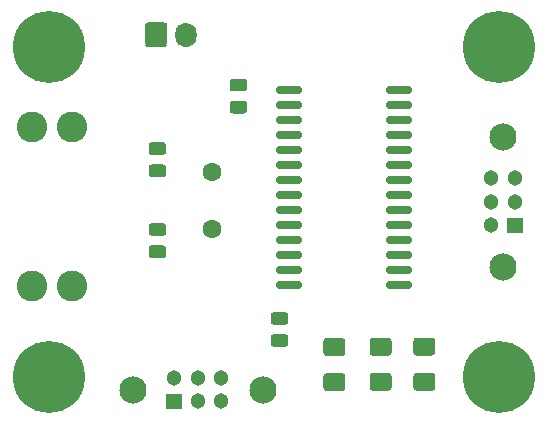
<source format=gts>
G04 #@! TF.GenerationSoftware,KiCad,Pcbnew,(5.1.10)-1*
G04 #@! TF.CreationDate,2021-06-01T10:21:12-04:00*
G04 #@! TF.ProjectId,actuator,61637475-6174-46f7-922e-6b696361645f,rev?*
G04 #@! TF.SameCoordinates,Original*
G04 #@! TF.FileFunction,Soldermask,Top*
G04 #@! TF.FilePolarity,Negative*
%FSLAX46Y46*%
G04 Gerber Fmt 4.6, Leading zero omitted, Abs format (unit mm)*
G04 Created by KiCad (PCBNEW (5.1.10)-1) date 2021-06-01 10:21:12*
%MOMM*%
%LPD*%
G01*
G04 APERTURE LIST*
%ADD10C,6.102000*%
%ADD11C,2.602000*%
%ADD12C,1.602000*%
%ADD13C,2.302000*%
%ADD14C,1.302000*%
%ADD15O,1.802000X2.102000*%
%ADD16C,0.100000*%
G04 APERTURE END LIST*
D10*
X109220000Y-104140000D03*
D11*
X107775800Y-110896400D03*
X111175800Y-110896400D03*
X111175800Y-124366400D03*
X107775800Y-124366400D03*
D10*
X147320000Y-104140000D03*
X147320000Y-132080000D03*
X109220000Y-132080000D03*
D12*
X123012200Y-119561000D03*
X123012200Y-114681000D03*
G36*
G01*
X137764000Y-107947700D02*
X137764000Y-107596700D01*
G75*
G02*
X137939500Y-107421200I175500J0D01*
G01*
X139740500Y-107421200D01*
G75*
G02*
X139916000Y-107596700I0J-175500D01*
G01*
X139916000Y-107947700D01*
G75*
G02*
X139740500Y-108123200I-175500J0D01*
G01*
X137939500Y-108123200D01*
G75*
G02*
X137764000Y-107947700I0J175500D01*
G01*
G37*
G36*
G01*
X137764000Y-109217700D02*
X137764000Y-108866700D01*
G75*
G02*
X137939500Y-108691200I175500J0D01*
G01*
X139740500Y-108691200D01*
G75*
G02*
X139916000Y-108866700I0J-175500D01*
G01*
X139916000Y-109217700D01*
G75*
G02*
X139740500Y-109393200I-175500J0D01*
G01*
X137939500Y-109393200D01*
G75*
G02*
X137764000Y-109217700I0J175500D01*
G01*
G37*
G36*
G01*
X137764000Y-110487700D02*
X137764000Y-110136700D01*
G75*
G02*
X137939500Y-109961200I175500J0D01*
G01*
X139740500Y-109961200D01*
G75*
G02*
X139916000Y-110136700I0J-175500D01*
G01*
X139916000Y-110487700D01*
G75*
G02*
X139740500Y-110663200I-175500J0D01*
G01*
X137939500Y-110663200D01*
G75*
G02*
X137764000Y-110487700I0J175500D01*
G01*
G37*
G36*
G01*
X137764000Y-111757700D02*
X137764000Y-111406700D01*
G75*
G02*
X137939500Y-111231200I175500J0D01*
G01*
X139740500Y-111231200D01*
G75*
G02*
X139916000Y-111406700I0J-175500D01*
G01*
X139916000Y-111757700D01*
G75*
G02*
X139740500Y-111933200I-175500J0D01*
G01*
X137939500Y-111933200D01*
G75*
G02*
X137764000Y-111757700I0J175500D01*
G01*
G37*
G36*
G01*
X137764000Y-113027700D02*
X137764000Y-112676700D01*
G75*
G02*
X137939500Y-112501200I175500J0D01*
G01*
X139740500Y-112501200D01*
G75*
G02*
X139916000Y-112676700I0J-175500D01*
G01*
X139916000Y-113027700D01*
G75*
G02*
X139740500Y-113203200I-175500J0D01*
G01*
X137939500Y-113203200D01*
G75*
G02*
X137764000Y-113027700I0J175500D01*
G01*
G37*
G36*
G01*
X137764000Y-114297700D02*
X137764000Y-113946700D01*
G75*
G02*
X137939500Y-113771200I175500J0D01*
G01*
X139740500Y-113771200D01*
G75*
G02*
X139916000Y-113946700I0J-175500D01*
G01*
X139916000Y-114297700D01*
G75*
G02*
X139740500Y-114473200I-175500J0D01*
G01*
X137939500Y-114473200D01*
G75*
G02*
X137764000Y-114297700I0J175500D01*
G01*
G37*
G36*
G01*
X137764000Y-115567700D02*
X137764000Y-115216700D01*
G75*
G02*
X137939500Y-115041200I175500J0D01*
G01*
X139740500Y-115041200D01*
G75*
G02*
X139916000Y-115216700I0J-175500D01*
G01*
X139916000Y-115567700D01*
G75*
G02*
X139740500Y-115743200I-175500J0D01*
G01*
X137939500Y-115743200D01*
G75*
G02*
X137764000Y-115567700I0J175500D01*
G01*
G37*
G36*
G01*
X137764000Y-116837700D02*
X137764000Y-116486700D01*
G75*
G02*
X137939500Y-116311200I175500J0D01*
G01*
X139740500Y-116311200D01*
G75*
G02*
X139916000Y-116486700I0J-175500D01*
G01*
X139916000Y-116837700D01*
G75*
G02*
X139740500Y-117013200I-175500J0D01*
G01*
X137939500Y-117013200D01*
G75*
G02*
X137764000Y-116837700I0J175500D01*
G01*
G37*
G36*
G01*
X137764000Y-118107700D02*
X137764000Y-117756700D01*
G75*
G02*
X137939500Y-117581200I175500J0D01*
G01*
X139740500Y-117581200D01*
G75*
G02*
X139916000Y-117756700I0J-175500D01*
G01*
X139916000Y-118107700D01*
G75*
G02*
X139740500Y-118283200I-175500J0D01*
G01*
X137939500Y-118283200D01*
G75*
G02*
X137764000Y-118107700I0J175500D01*
G01*
G37*
G36*
G01*
X137764000Y-119377700D02*
X137764000Y-119026700D01*
G75*
G02*
X137939500Y-118851200I175500J0D01*
G01*
X139740500Y-118851200D01*
G75*
G02*
X139916000Y-119026700I0J-175500D01*
G01*
X139916000Y-119377700D01*
G75*
G02*
X139740500Y-119553200I-175500J0D01*
G01*
X137939500Y-119553200D01*
G75*
G02*
X137764000Y-119377700I0J175500D01*
G01*
G37*
G36*
G01*
X137764000Y-120647700D02*
X137764000Y-120296700D01*
G75*
G02*
X137939500Y-120121200I175500J0D01*
G01*
X139740500Y-120121200D01*
G75*
G02*
X139916000Y-120296700I0J-175500D01*
G01*
X139916000Y-120647700D01*
G75*
G02*
X139740500Y-120823200I-175500J0D01*
G01*
X137939500Y-120823200D01*
G75*
G02*
X137764000Y-120647700I0J175500D01*
G01*
G37*
G36*
G01*
X137764000Y-121917700D02*
X137764000Y-121566700D01*
G75*
G02*
X137939500Y-121391200I175500J0D01*
G01*
X139740500Y-121391200D01*
G75*
G02*
X139916000Y-121566700I0J-175500D01*
G01*
X139916000Y-121917700D01*
G75*
G02*
X139740500Y-122093200I-175500J0D01*
G01*
X137939500Y-122093200D01*
G75*
G02*
X137764000Y-121917700I0J175500D01*
G01*
G37*
G36*
G01*
X137764000Y-123187700D02*
X137764000Y-122836700D01*
G75*
G02*
X137939500Y-122661200I175500J0D01*
G01*
X139740500Y-122661200D01*
G75*
G02*
X139916000Y-122836700I0J-175500D01*
G01*
X139916000Y-123187700D01*
G75*
G02*
X139740500Y-123363200I-175500J0D01*
G01*
X137939500Y-123363200D01*
G75*
G02*
X137764000Y-123187700I0J175500D01*
G01*
G37*
G36*
G01*
X137764000Y-124457700D02*
X137764000Y-124106700D01*
G75*
G02*
X137939500Y-123931200I175500J0D01*
G01*
X139740500Y-123931200D01*
G75*
G02*
X139916000Y-124106700I0J-175500D01*
G01*
X139916000Y-124457700D01*
G75*
G02*
X139740500Y-124633200I-175500J0D01*
G01*
X137939500Y-124633200D01*
G75*
G02*
X137764000Y-124457700I0J175500D01*
G01*
G37*
G36*
G01*
X128464000Y-124457700D02*
X128464000Y-124106700D01*
G75*
G02*
X128639500Y-123931200I175500J0D01*
G01*
X130440500Y-123931200D01*
G75*
G02*
X130616000Y-124106700I0J-175500D01*
G01*
X130616000Y-124457700D01*
G75*
G02*
X130440500Y-124633200I-175500J0D01*
G01*
X128639500Y-124633200D01*
G75*
G02*
X128464000Y-124457700I0J175500D01*
G01*
G37*
G36*
G01*
X128464000Y-123187700D02*
X128464000Y-122836700D01*
G75*
G02*
X128639500Y-122661200I175500J0D01*
G01*
X130440500Y-122661200D01*
G75*
G02*
X130616000Y-122836700I0J-175500D01*
G01*
X130616000Y-123187700D01*
G75*
G02*
X130440500Y-123363200I-175500J0D01*
G01*
X128639500Y-123363200D01*
G75*
G02*
X128464000Y-123187700I0J175500D01*
G01*
G37*
G36*
G01*
X128464000Y-121917700D02*
X128464000Y-121566700D01*
G75*
G02*
X128639500Y-121391200I175500J0D01*
G01*
X130440500Y-121391200D01*
G75*
G02*
X130616000Y-121566700I0J-175500D01*
G01*
X130616000Y-121917700D01*
G75*
G02*
X130440500Y-122093200I-175500J0D01*
G01*
X128639500Y-122093200D01*
G75*
G02*
X128464000Y-121917700I0J175500D01*
G01*
G37*
G36*
G01*
X128464000Y-120647700D02*
X128464000Y-120296700D01*
G75*
G02*
X128639500Y-120121200I175500J0D01*
G01*
X130440500Y-120121200D01*
G75*
G02*
X130616000Y-120296700I0J-175500D01*
G01*
X130616000Y-120647700D01*
G75*
G02*
X130440500Y-120823200I-175500J0D01*
G01*
X128639500Y-120823200D01*
G75*
G02*
X128464000Y-120647700I0J175500D01*
G01*
G37*
G36*
G01*
X128464000Y-119377700D02*
X128464000Y-119026700D01*
G75*
G02*
X128639500Y-118851200I175500J0D01*
G01*
X130440500Y-118851200D01*
G75*
G02*
X130616000Y-119026700I0J-175500D01*
G01*
X130616000Y-119377700D01*
G75*
G02*
X130440500Y-119553200I-175500J0D01*
G01*
X128639500Y-119553200D01*
G75*
G02*
X128464000Y-119377700I0J175500D01*
G01*
G37*
G36*
G01*
X128464000Y-118107700D02*
X128464000Y-117756700D01*
G75*
G02*
X128639500Y-117581200I175500J0D01*
G01*
X130440500Y-117581200D01*
G75*
G02*
X130616000Y-117756700I0J-175500D01*
G01*
X130616000Y-118107700D01*
G75*
G02*
X130440500Y-118283200I-175500J0D01*
G01*
X128639500Y-118283200D01*
G75*
G02*
X128464000Y-118107700I0J175500D01*
G01*
G37*
G36*
G01*
X128464000Y-116837700D02*
X128464000Y-116486700D01*
G75*
G02*
X128639500Y-116311200I175500J0D01*
G01*
X130440500Y-116311200D01*
G75*
G02*
X130616000Y-116486700I0J-175500D01*
G01*
X130616000Y-116837700D01*
G75*
G02*
X130440500Y-117013200I-175500J0D01*
G01*
X128639500Y-117013200D01*
G75*
G02*
X128464000Y-116837700I0J175500D01*
G01*
G37*
G36*
G01*
X128464000Y-115567700D02*
X128464000Y-115216700D01*
G75*
G02*
X128639500Y-115041200I175500J0D01*
G01*
X130440500Y-115041200D01*
G75*
G02*
X130616000Y-115216700I0J-175500D01*
G01*
X130616000Y-115567700D01*
G75*
G02*
X130440500Y-115743200I-175500J0D01*
G01*
X128639500Y-115743200D01*
G75*
G02*
X128464000Y-115567700I0J175500D01*
G01*
G37*
G36*
G01*
X128464000Y-114297700D02*
X128464000Y-113946700D01*
G75*
G02*
X128639500Y-113771200I175500J0D01*
G01*
X130440500Y-113771200D01*
G75*
G02*
X130616000Y-113946700I0J-175500D01*
G01*
X130616000Y-114297700D01*
G75*
G02*
X130440500Y-114473200I-175500J0D01*
G01*
X128639500Y-114473200D01*
G75*
G02*
X128464000Y-114297700I0J175500D01*
G01*
G37*
G36*
G01*
X128464000Y-113027700D02*
X128464000Y-112676700D01*
G75*
G02*
X128639500Y-112501200I175500J0D01*
G01*
X130440500Y-112501200D01*
G75*
G02*
X130616000Y-112676700I0J-175500D01*
G01*
X130616000Y-113027700D01*
G75*
G02*
X130440500Y-113203200I-175500J0D01*
G01*
X128639500Y-113203200D01*
G75*
G02*
X128464000Y-113027700I0J175500D01*
G01*
G37*
G36*
G01*
X128464000Y-111757700D02*
X128464000Y-111406700D01*
G75*
G02*
X128639500Y-111231200I175500J0D01*
G01*
X130440500Y-111231200D01*
G75*
G02*
X130616000Y-111406700I0J-175500D01*
G01*
X130616000Y-111757700D01*
G75*
G02*
X130440500Y-111933200I-175500J0D01*
G01*
X128639500Y-111933200D01*
G75*
G02*
X128464000Y-111757700I0J175500D01*
G01*
G37*
G36*
G01*
X128464000Y-110487700D02*
X128464000Y-110136700D01*
G75*
G02*
X128639500Y-109961200I175500J0D01*
G01*
X130440500Y-109961200D01*
G75*
G02*
X130616000Y-110136700I0J-175500D01*
G01*
X130616000Y-110487700D01*
G75*
G02*
X130440500Y-110663200I-175500J0D01*
G01*
X128639500Y-110663200D01*
G75*
G02*
X128464000Y-110487700I0J175500D01*
G01*
G37*
G36*
G01*
X128464000Y-109217700D02*
X128464000Y-108866700D01*
G75*
G02*
X128639500Y-108691200I175500J0D01*
G01*
X130440500Y-108691200D01*
G75*
G02*
X130616000Y-108866700I0J-175500D01*
G01*
X130616000Y-109217700D01*
G75*
G02*
X130440500Y-109393200I-175500J0D01*
G01*
X128639500Y-109393200D01*
G75*
G02*
X128464000Y-109217700I0J175500D01*
G01*
G37*
G36*
G01*
X128464000Y-107947700D02*
X128464000Y-107596700D01*
G75*
G02*
X128639500Y-107421200I175500J0D01*
G01*
X130440500Y-107421200D01*
G75*
G02*
X130616000Y-107596700I0J-175500D01*
G01*
X130616000Y-107947700D01*
G75*
G02*
X130440500Y-108123200I-175500J0D01*
G01*
X128639500Y-108123200D01*
G75*
G02*
X128464000Y-107947700I0J175500D01*
G01*
G37*
G36*
G01*
X124765650Y-106806500D02*
X125729150Y-106806500D01*
G75*
G02*
X125998400Y-107075750I0J-269250D01*
G01*
X125998400Y-107614250D01*
G75*
G02*
X125729150Y-107883500I-269250J0D01*
G01*
X124765650Y-107883500D01*
G75*
G02*
X124496400Y-107614250I0J269250D01*
G01*
X124496400Y-107075750D01*
G75*
G02*
X124765650Y-106806500I269250J0D01*
G01*
G37*
G36*
G01*
X124765650Y-108681500D02*
X125729150Y-108681500D01*
G75*
G02*
X125998400Y-108950750I0J-269250D01*
G01*
X125998400Y-109489250D01*
G75*
G02*
X125729150Y-109758500I-269250J0D01*
G01*
X124765650Y-109758500D01*
G75*
G02*
X124496400Y-109489250I0J269250D01*
G01*
X124496400Y-108950750D01*
G75*
G02*
X124765650Y-108681500I269250J0D01*
G01*
G37*
D13*
X147675600Y-122721000D03*
X147675600Y-111721000D03*
D14*
X146675600Y-119221000D03*
X146675600Y-117221000D03*
X146675600Y-115221000D03*
X148675600Y-115221000D03*
G36*
G01*
X149275601Y-119872000D02*
X148075599Y-119872000D01*
G75*
G02*
X148024600Y-119821001I0J50999D01*
G01*
X148024600Y-118620999D01*
G75*
G02*
X148075599Y-118570000I50999J0D01*
G01*
X149275601Y-118570000D01*
G75*
G02*
X149326600Y-118620999I0J-50999D01*
G01*
X149326600Y-119821001D01*
G75*
G02*
X149275601Y-119872000I-50999J0D01*
G01*
G37*
X148675600Y-117221000D03*
D13*
X116299600Y-133130800D03*
X127299600Y-133130800D03*
D14*
X119799600Y-132130800D03*
X121799600Y-132130800D03*
X123799600Y-132130800D03*
X123799600Y-134130800D03*
G36*
G01*
X119148600Y-134730801D02*
X119148600Y-133530799D01*
G75*
G02*
X119199599Y-133479800I50999J0D01*
G01*
X120399601Y-133479800D01*
G75*
G02*
X120450600Y-133530799I0J-50999D01*
G01*
X120450600Y-134730801D01*
G75*
G02*
X120399601Y-134781800I-50999J0D01*
G01*
X119199599Y-134781800D01*
G75*
G02*
X119148600Y-134730801I0J50999D01*
G01*
G37*
X121799600Y-134130800D03*
D15*
X120777000Y-103073200D03*
G36*
G01*
X117376000Y-103859200D02*
X117376000Y-102287200D01*
G75*
G02*
X117641000Y-102022200I265000J0D01*
G01*
X118913000Y-102022200D01*
G75*
G02*
X119178000Y-102287200I0J-265000D01*
G01*
X119178000Y-103859200D01*
G75*
G02*
X118913000Y-104124200I-265000J0D01*
G01*
X117641000Y-104124200D01*
G75*
G02*
X117376000Y-103859200I0J265000D01*
G01*
G37*
G36*
G01*
X132717294Y-131737200D02*
X134033506Y-131737200D01*
G75*
G02*
X134301400Y-132005094I0J-267894D01*
G01*
X134301400Y-132996306D01*
G75*
G02*
X134033506Y-133264200I-267894J0D01*
G01*
X132717294Y-133264200D01*
G75*
G02*
X132449400Y-132996306I0J267894D01*
G01*
X132449400Y-132005094D01*
G75*
G02*
X132717294Y-131737200I267894J0D01*
G01*
G37*
G36*
G01*
X132717294Y-128762200D02*
X134033506Y-128762200D01*
G75*
G02*
X134301400Y-129030094I0J-267894D01*
G01*
X134301400Y-130021306D01*
G75*
G02*
X134033506Y-130289200I-267894J0D01*
G01*
X132717294Y-130289200D01*
G75*
G02*
X132449400Y-130021306I0J267894D01*
G01*
X132449400Y-129030094D01*
G75*
G02*
X132717294Y-128762200I267894J0D01*
G01*
G37*
G36*
G01*
X136628894Y-131711800D02*
X137945106Y-131711800D01*
G75*
G02*
X138213000Y-131979694I0J-267894D01*
G01*
X138213000Y-132970906D01*
G75*
G02*
X137945106Y-133238800I-267894J0D01*
G01*
X136628894Y-133238800D01*
G75*
G02*
X136361000Y-132970906I0J267894D01*
G01*
X136361000Y-131979694D01*
G75*
G02*
X136628894Y-131711800I267894J0D01*
G01*
G37*
G36*
G01*
X136628894Y-128736800D02*
X137945106Y-128736800D01*
G75*
G02*
X138213000Y-129004694I0J-267894D01*
G01*
X138213000Y-129995906D01*
G75*
G02*
X137945106Y-130263800I-267894J0D01*
G01*
X136628894Y-130263800D01*
G75*
G02*
X136361000Y-129995906I0J267894D01*
G01*
X136361000Y-129004694D01*
G75*
G02*
X136628894Y-128736800I267894J0D01*
G01*
G37*
G36*
G01*
X140337294Y-131697500D02*
X141653506Y-131697500D01*
G75*
G02*
X141921400Y-131965394I0J-267894D01*
G01*
X141921400Y-132956606D01*
G75*
G02*
X141653506Y-133224500I-267894J0D01*
G01*
X140337294Y-133224500D01*
G75*
G02*
X140069400Y-132956606I0J267894D01*
G01*
X140069400Y-131965394D01*
G75*
G02*
X140337294Y-131697500I267894J0D01*
G01*
G37*
G36*
G01*
X140337294Y-128722500D02*
X141653506Y-128722500D01*
G75*
G02*
X141921400Y-128990394I0J-267894D01*
G01*
X141921400Y-129981606D01*
G75*
G02*
X141653506Y-130249500I-267894J0D01*
G01*
X140337294Y-130249500D01*
G75*
G02*
X140069400Y-129981606I0J267894D01*
G01*
X140069400Y-128990394D01*
G75*
G02*
X140337294Y-128722500I267894J0D01*
G01*
G37*
G36*
G01*
X118871150Y-121996700D02*
X117907650Y-121996700D01*
G75*
G02*
X117638400Y-121727450I0J269250D01*
G01*
X117638400Y-121188950D01*
G75*
G02*
X117907650Y-120919700I269250J0D01*
G01*
X118871150Y-120919700D01*
G75*
G02*
X119140400Y-121188950I0J-269250D01*
G01*
X119140400Y-121727450D01*
G75*
G02*
X118871150Y-121996700I-269250J0D01*
G01*
G37*
G36*
G01*
X118871150Y-120121700D02*
X117907650Y-120121700D01*
G75*
G02*
X117638400Y-119852450I0J269250D01*
G01*
X117638400Y-119313950D01*
G75*
G02*
X117907650Y-119044700I269250J0D01*
G01*
X118871150Y-119044700D01*
G75*
G02*
X119140400Y-119313950I0J-269250D01*
G01*
X119140400Y-119852450D01*
G75*
G02*
X118871150Y-120121700I-269250J0D01*
G01*
G37*
G36*
G01*
X118871150Y-113268300D02*
X117907650Y-113268300D01*
G75*
G02*
X117638400Y-112999050I0J269250D01*
G01*
X117638400Y-112460550D01*
G75*
G02*
X117907650Y-112191300I269250J0D01*
G01*
X118871150Y-112191300D01*
G75*
G02*
X119140400Y-112460550I0J-269250D01*
G01*
X119140400Y-112999050D01*
G75*
G02*
X118871150Y-113268300I-269250J0D01*
G01*
G37*
G36*
G01*
X118871150Y-115143300D02*
X117907650Y-115143300D01*
G75*
G02*
X117638400Y-114874050I0J269250D01*
G01*
X117638400Y-114335550D01*
G75*
G02*
X117907650Y-114066300I269250J0D01*
G01*
X118871150Y-114066300D01*
G75*
G02*
X119140400Y-114335550I0J-269250D01*
G01*
X119140400Y-114874050D01*
G75*
G02*
X118871150Y-115143300I-269250J0D01*
G01*
G37*
G36*
G01*
X129208950Y-127640100D02*
X128245450Y-127640100D01*
G75*
G02*
X127976200Y-127370850I0J269250D01*
G01*
X127976200Y-126832350D01*
G75*
G02*
X128245450Y-126563100I269250J0D01*
G01*
X129208950Y-126563100D01*
G75*
G02*
X129478200Y-126832350I0J-269250D01*
G01*
X129478200Y-127370850D01*
G75*
G02*
X129208950Y-127640100I-269250J0D01*
G01*
G37*
G36*
G01*
X129208950Y-129515100D02*
X128245450Y-129515100D01*
G75*
G02*
X127976200Y-129245850I0J269250D01*
G01*
X127976200Y-128707350D01*
G75*
G02*
X128245450Y-128438100I269250J0D01*
G01*
X129208950Y-128438100D01*
G75*
G02*
X129478200Y-128707350I0J-269250D01*
G01*
X129478200Y-129245850D01*
G75*
G02*
X129208950Y-129515100I-269250J0D01*
G01*
G37*
D16*
G36*
X119179165Y-103857574D02*
G01*
X119180000Y-103859200D01*
X119180000Y-103941297D01*
X119179990Y-103941493D01*
X119176001Y-103981996D01*
X119175925Y-103982381D01*
X119165899Y-104015433D01*
X119165749Y-104015795D01*
X119149472Y-104046246D01*
X119149254Y-104046572D01*
X119127345Y-104073268D01*
X119127068Y-104073545D01*
X119100372Y-104095454D01*
X119100046Y-104095672D01*
X119069595Y-104111949D01*
X119069233Y-104112099D01*
X119036181Y-104122125D01*
X119035796Y-104122201D01*
X118995293Y-104126190D01*
X118995097Y-104126200D01*
X118913000Y-104126200D01*
X118911268Y-104125200D01*
X118911268Y-104123200D01*
X118912804Y-104122210D01*
X118964304Y-104117138D01*
X119013642Y-104102171D01*
X119059110Y-104077868D01*
X119098962Y-104045162D01*
X119131668Y-104005310D01*
X119155971Y-103959842D01*
X119170938Y-103910504D01*
X119176010Y-103859004D01*
X119177175Y-103857378D01*
X119179165Y-103857574D01*
G37*
G36*
X117377990Y-103859004D02*
G01*
X117383062Y-103910504D01*
X117398029Y-103959842D01*
X117422332Y-104005310D01*
X117455038Y-104045162D01*
X117494890Y-104077868D01*
X117540358Y-104102171D01*
X117589696Y-104117138D01*
X117641196Y-104122210D01*
X117642822Y-104123375D01*
X117642626Y-104125365D01*
X117641000Y-104126200D01*
X117558903Y-104126200D01*
X117558707Y-104126190D01*
X117518204Y-104122201D01*
X117517819Y-104122125D01*
X117484767Y-104112099D01*
X117484405Y-104111949D01*
X117453954Y-104095672D01*
X117453628Y-104095454D01*
X117426932Y-104073545D01*
X117426655Y-104073268D01*
X117404746Y-104046572D01*
X117404528Y-104046246D01*
X117388251Y-104015795D01*
X117388101Y-104015433D01*
X117378075Y-103982381D01*
X117377999Y-103981996D01*
X117374010Y-103941493D01*
X117374000Y-103941297D01*
X117374000Y-103859200D01*
X117375000Y-103857468D01*
X117377000Y-103857468D01*
X117377990Y-103859004D01*
G37*
G36*
X117642732Y-102021200D02*
G01*
X117642732Y-102023200D01*
X117641196Y-102024190D01*
X117589696Y-102029262D01*
X117540358Y-102044229D01*
X117494890Y-102068532D01*
X117455038Y-102101238D01*
X117422332Y-102141090D01*
X117398029Y-102186558D01*
X117383062Y-102235896D01*
X117377990Y-102287396D01*
X117376825Y-102289022D01*
X117374835Y-102288826D01*
X117374000Y-102287200D01*
X117374000Y-102205103D01*
X117374010Y-102204907D01*
X117377999Y-102164404D01*
X117378075Y-102164019D01*
X117388101Y-102130967D01*
X117388251Y-102130605D01*
X117404528Y-102100154D01*
X117404746Y-102099828D01*
X117426655Y-102073132D01*
X117426932Y-102072855D01*
X117453628Y-102050946D01*
X117453954Y-102050728D01*
X117484405Y-102034451D01*
X117484767Y-102034301D01*
X117517819Y-102024275D01*
X117518204Y-102024199D01*
X117558707Y-102020210D01*
X117558903Y-102020200D01*
X117641000Y-102020200D01*
X117642732Y-102021200D01*
G37*
G36*
X118995293Y-102020210D02*
G01*
X119035796Y-102024199D01*
X119036181Y-102024275D01*
X119069233Y-102034301D01*
X119069595Y-102034451D01*
X119100046Y-102050728D01*
X119100372Y-102050946D01*
X119127068Y-102072855D01*
X119127345Y-102073132D01*
X119149254Y-102099828D01*
X119149472Y-102100154D01*
X119165749Y-102130605D01*
X119165899Y-102130967D01*
X119175925Y-102164019D01*
X119176001Y-102164404D01*
X119179990Y-102204907D01*
X119180000Y-102205103D01*
X119180000Y-102287200D01*
X119179000Y-102288932D01*
X119177000Y-102288932D01*
X119176010Y-102287396D01*
X119170938Y-102235896D01*
X119155971Y-102186558D01*
X119131668Y-102141090D01*
X119098962Y-102101238D01*
X119059110Y-102068532D01*
X119013642Y-102044229D01*
X118964304Y-102029262D01*
X118912804Y-102024190D01*
X118911178Y-102023025D01*
X118911374Y-102021035D01*
X118913000Y-102020200D01*
X118995097Y-102020200D01*
X118995293Y-102020210D01*
G37*
M02*

</source>
